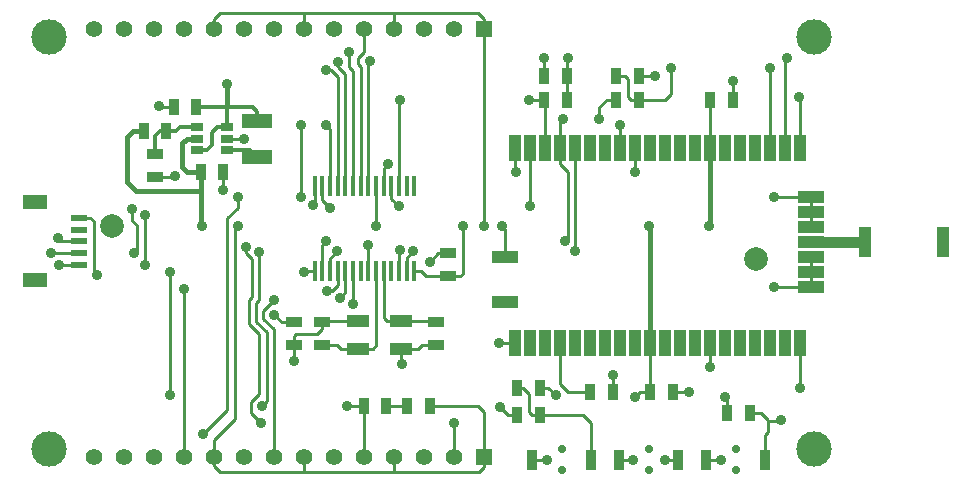
<source format=gtl>
G04 (created by PCBNEW-RS274X (2012-jan-04)-stable) date Sun 27 Jan 2013 19:14:15 CET*
G01*
G70*
G90*
%MOIN*%
G04 Gerber Fmt 3.4, Leading zero omitted, Abs format*
%FSLAX34Y34*%
G04 APERTURE LIST*
%ADD10C,0.006000*%
%ADD11R,0.035400X0.070900*%
%ADD12C,0.027600*%
%ADD13R,0.039400X0.027600*%
%ADD14R,0.100000X0.050000*%
%ADD15R,0.035000X0.055000*%
%ADD16R,0.055000X0.035000*%
%ADD17R,0.040000X0.090000*%
%ADD18R,0.090000X0.040000*%
%ADD19R,0.040000X0.100000*%
%ADD20R,0.017700X0.068900*%
%ADD21R,0.074800X0.043300*%
%ADD22R,0.055000X0.055000*%
%ADD23C,0.055000*%
%ADD24R,0.055100X0.023600*%
%ADD25R,0.078700X0.047200*%
%ADD26C,0.118100*%
%ADD27C,0.078700*%
%ADD28C,0.035000*%
%ADD29C,0.016000*%
%ADD30C,0.010000*%
%ADD31C,0.038000*%
%ADD32C,0.012000*%
G04 APERTURE END LIST*
G54D10*
G54D11*
X69016Y-32600D03*
X70984Y-32600D03*
G54D12*
X70000Y-32954D03*
X70000Y-32246D03*
G54D11*
X66116Y-32600D03*
X68084Y-32600D03*
G54D12*
X67100Y-32954D03*
X67100Y-32246D03*
G54D13*
X54950Y-22275D03*
X54950Y-21900D03*
X54950Y-21525D03*
X55950Y-21525D03*
X55950Y-21900D03*
X55950Y-22275D03*
G54D14*
X56950Y-21300D03*
X56950Y-22500D03*
G54D15*
X53175Y-21650D03*
X53925Y-21650D03*
X54925Y-20850D03*
X54175Y-20850D03*
G54D16*
X63300Y-26475D03*
X63300Y-25725D03*
X58175Y-28025D03*
X58175Y-28775D03*
G54D15*
X68925Y-19800D03*
X69675Y-19800D03*
X68925Y-20600D03*
X69675Y-20600D03*
X67275Y-19800D03*
X66525Y-19800D03*
X66525Y-20600D03*
X67275Y-20600D03*
G54D16*
X53550Y-22425D03*
X53550Y-23175D03*
G54D15*
X70050Y-30350D03*
X70800Y-30350D03*
X65625Y-30200D03*
X66375Y-30200D03*
X65625Y-31100D03*
X66375Y-31100D03*
X55075Y-23000D03*
X55825Y-23000D03*
X72050Y-20600D03*
X72800Y-20600D03*
G54D17*
X65550Y-28700D03*
X66050Y-28700D03*
X66550Y-28700D03*
X67050Y-28700D03*
X67550Y-28700D03*
X68050Y-28700D03*
X68550Y-28700D03*
X69050Y-28700D03*
X69550Y-28700D03*
X70050Y-28700D03*
X70550Y-28700D03*
X71050Y-28700D03*
X71550Y-28700D03*
X72050Y-28700D03*
X72550Y-28700D03*
X73050Y-28700D03*
X73550Y-28700D03*
X74050Y-28700D03*
X74550Y-28700D03*
X75050Y-28700D03*
G54D18*
X75400Y-26850D03*
X75400Y-26350D03*
X75400Y-25850D03*
X75400Y-25350D03*
X75400Y-24850D03*
X75400Y-24350D03*
X75400Y-23850D03*
G54D17*
X75050Y-22200D03*
X74550Y-22200D03*
X74050Y-22200D03*
X73550Y-22200D03*
X73050Y-22200D03*
X72550Y-22200D03*
X72050Y-22200D03*
X71550Y-22200D03*
X71050Y-22200D03*
X70550Y-22200D03*
X70050Y-22200D03*
X69550Y-22200D03*
X69050Y-22200D03*
X68550Y-22200D03*
X68050Y-22200D03*
X67550Y-22200D03*
X67050Y-22200D03*
X66550Y-22200D03*
X66050Y-22200D03*
X65550Y-22200D03*
G54D18*
X65200Y-27350D03*
X65200Y-25850D03*
G54D19*
X77200Y-25350D03*
X79800Y-25350D03*
G54D15*
X68050Y-30350D03*
X68800Y-30350D03*
G54D20*
X58865Y-26318D03*
X59121Y-26318D03*
X59377Y-26318D03*
X59633Y-26318D03*
X59889Y-26318D03*
X60145Y-26318D03*
X60400Y-26318D03*
X60656Y-26318D03*
X60912Y-26318D03*
X61168Y-26318D03*
X61424Y-26318D03*
X61680Y-26318D03*
X61936Y-26318D03*
X62192Y-26318D03*
X62192Y-23483D03*
X61936Y-23483D03*
X61680Y-23483D03*
X61424Y-23483D03*
X61168Y-23483D03*
X60912Y-23483D03*
X60656Y-23483D03*
X60400Y-23483D03*
X60145Y-23483D03*
X59889Y-23483D03*
X59633Y-23483D03*
X59377Y-23483D03*
X59121Y-23483D03*
X58865Y-23483D03*
G54D16*
X59100Y-28775D03*
X59100Y-28025D03*
X62900Y-28025D03*
X62900Y-28775D03*
G54D21*
X60300Y-28900D03*
X61757Y-28900D03*
X61757Y-27994D03*
X60300Y-27994D03*
G54D22*
X64500Y-18250D03*
G54D23*
X63500Y-18250D03*
X62500Y-18250D03*
X61500Y-18250D03*
X60500Y-18250D03*
X59500Y-18250D03*
X58500Y-18250D03*
X57500Y-18250D03*
X56500Y-18250D03*
X55500Y-18250D03*
X54500Y-18250D03*
X53500Y-18250D03*
X52500Y-18250D03*
X51500Y-18250D03*
G54D11*
X71916Y-32600D03*
X73884Y-32600D03*
G54D12*
X72900Y-32954D03*
X72900Y-32246D03*
G54D15*
X72625Y-31050D03*
X73375Y-31050D03*
X62700Y-30825D03*
X61950Y-30825D03*
X61250Y-30825D03*
X60500Y-30825D03*
G54D24*
X51002Y-24538D03*
X51002Y-24932D03*
X51002Y-25325D03*
X51002Y-25719D03*
X51002Y-26113D03*
G54D25*
X49545Y-24026D03*
X49545Y-26625D03*
G54D22*
X64500Y-32500D03*
G54D23*
X63500Y-32500D03*
X62500Y-32500D03*
X61500Y-32500D03*
X60500Y-32500D03*
X59500Y-32500D03*
X58500Y-32500D03*
X57500Y-32500D03*
X56500Y-32500D03*
X55500Y-32500D03*
X54500Y-32500D03*
X53500Y-32500D03*
X52500Y-32500D03*
X51500Y-32500D03*
G54D26*
X75500Y-18500D03*
X75500Y-32250D03*
X50000Y-18500D03*
X50000Y-32250D03*
G54D27*
X73586Y-25900D03*
X52114Y-24800D03*
G54D28*
X69550Y-30500D03*
X65050Y-30850D03*
X63800Y-24800D03*
X55100Y-24800D03*
X72000Y-24800D03*
X65100Y-24800D03*
X56300Y-24800D03*
X64500Y-24800D03*
X72550Y-30500D03*
X60900Y-24800D03*
X70000Y-24800D03*
X56500Y-21900D03*
X66500Y-19200D03*
X62700Y-26000D03*
X50300Y-25200D03*
X65575Y-23025D03*
X72825Y-19975D03*
X71350Y-30350D03*
X65025Y-28700D03*
X72050Y-29500D03*
X75050Y-30225D03*
X74175Y-23850D03*
X75025Y-20500D03*
X74175Y-26850D03*
X69550Y-23000D03*
X68800Y-29775D03*
X72425Y-32600D03*
X69475Y-32600D03*
X66600Y-32600D03*
X70200Y-19825D03*
X61300Y-22750D03*
X60650Y-25450D03*
X55825Y-23600D03*
X54200Y-23150D03*
X58175Y-29300D03*
X53675Y-20800D03*
X61775Y-29425D03*
X58500Y-26350D03*
X51600Y-26450D03*
X54050Y-26350D03*
X66900Y-30450D03*
X54050Y-30450D03*
X67550Y-25650D03*
X62150Y-25650D03*
X74600Y-19200D03*
X67300Y-19200D03*
X61675Y-24150D03*
X66050Y-24150D03*
X55950Y-20075D03*
X60150Y-27425D03*
X57525Y-27775D03*
X67200Y-25300D03*
X61700Y-25600D03*
X67150Y-21250D03*
X68350Y-21250D03*
X61700Y-20600D03*
X66000Y-20600D03*
X70750Y-19550D03*
X74050Y-19550D03*
X74425Y-31275D03*
X56575Y-25500D03*
X59250Y-25325D03*
X63500Y-31375D03*
X57075Y-31375D03*
X59950Y-30825D03*
X57025Y-25675D03*
X57100Y-30825D03*
X59625Y-25650D03*
X54500Y-26925D03*
X59275Y-26975D03*
X57525Y-27275D03*
X59700Y-27200D03*
X60700Y-19300D03*
X60000Y-19000D03*
X59650Y-19350D03*
X59250Y-19600D03*
X70550Y-32600D03*
X55150Y-31750D03*
X69050Y-21450D03*
X59250Y-21450D03*
X58400Y-21450D03*
X58400Y-23850D03*
X56300Y-23850D03*
X59375Y-24200D03*
X53200Y-24450D03*
X53200Y-26100D03*
X50350Y-26100D03*
X50075Y-25725D03*
X52850Y-25725D03*
X52775Y-24250D03*
X58825Y-24100D03*
G54D29*
X55075Y-23650D02*
X52900Y-23650D01*
X52800Y-21650D02*
X53175Y-21650D01*
X52600Y-21850D02*
X52800Y-21650D01*
X52600Y-23350D02*
X52600Y-21850D01*
X52900Y-23650D02*
X52600Y-23350D01*
G54D30*
X62700Y-30825D02*
X64325Y-30825D01*
X64500Y-31000D02*
X64500Y-32500D01*
X64325Y-30825D02*
X64500Y-31000D01*
X70050Y-30350D02*
X69700Y-30350D01*
X69700Y-30350D02*
X69550Y-30500D01*
X65625Y-31100D02*
X65300Y-31100D01*
X65300Y-31100D02*
X65050Y-30850D01*
G54D29*
X70050Y-24850D02*
X70000Y-24800D01*
G54D30*
X63300Y-26475D02*
X63725Y-26475D01*
X65200Y-24900D02*
X65100Y-24800D01*
X65200Y-25850D02*
X65200Y-24900D01*
X64500Y-32850D02*
X64350Y-33000D01*
X58500Y-33000D02*
X55700Y-33000D01*
X61500Y-33000D02*
X58500Y-33000D01*
X64350Y-33000D02*
X61500Y-33000D01*
X55700Y-33000D02*
X55500Y-32800D01*
X55500Y-32800D02*
X55500Y-32500D01*
X55500Y-32500D02*
X55500Y-31950D01*
X56200Y-31250D02*
X55500Y-31950D01*
X56200Y-24900D02*
X56200Y-31250D01*
X56200Y-24900D02*
X56300Y-24800D01*
X61500Y-18250D02*
X61500Y-17700D01*
X58500Y-18250D02*
X58500Y-17700D01*
G54D29*
X55075Y-23000D02*
X55075Y-23650D01*
X55075Y-23650D02*
X55075Y-24775D01*
X55075Y-24775D02*
X55100Y-24800D01*
G54D30*
X64500Y-32500D02*
X64500Y-32850D01*
G54D29*
X54600Y-21900D02*
X54450Y-22050D01*
G54D30*
X70050Y-28700D02*
X70050Y-30350D01*
G54D29*
X54600Y-23000D02*
X55075Y-23000D01*
X54450Y-22850D02*
X54600Y-23000D01*
X54950Y-21900D02*
X54600Y-21900D01*
X72000Y-24800D02*
X72050Y-24750D01*
X72050Y-24750D02*
X72050Y-22200D01*
X54450Y-22050D02*
X54450Y-22700D01*
X54450Y-22700D02*
X54450Y-22850D01*
G54D30*
X64500Y-18250D02*
X64500Y-17900D01*
X64500Y-17900D02*
X64300Y-17700D01*
X64300Y-17700D02*
X61500Y-17700D01*
X55500Y-17900D02*
X55500Y-18250D01*
X55700Y-17700D02*
X55500Y-17900D01*
X61500Y-17700D02*
X58500Y-17700D01*
X58500Y-17700D02*
X55700Y-17700D01*
X61500Y-32500D02*
X61500Y-33000D01*
X58500Y-33000D02*
X58500Y-32500D01*
X64500Y-24800D02*
X64500Y-18250D01*
X72050Y-20600D02*
X72050Y-22200D01*
X72550Y-30500D02*
X72625Y-30575D01*
X72625Y-30575D02*
X72625Y-31050D01*
X63800Y-26400D02*
X63800Y-24800D01*
X63725Y-26475D02*
X63800Y-26400D01*
X62192Y-26318D02*
X62418Y-26318D01*
X62575Y-26475D02*
X63300Y-26475D01*
X62418Y-26318D02*
X62575Y-26475D01*
X60912Y-23483D02*
X60912Y-24788D01*
X60912Y-24788D02*
X60900Y-24800D01*
G54D29*
X70050Y-28700D02*
X70050Y-24850D01*
G54D31*
X75400Y-25350D02*
X77200Y-25350D01*
G54D30*
X55950Y-21900D02*
X56500Y-21900D01*
X66525Y-19800D02*
X66525Y-19225D01*
X66525Y-19225D02*
X66500Y-19200D01*
X63300Y-25725D02*
X62975Y-25725D01*
X62975Y-25725D02*
X62700Y-26000D01*
X51002Y-25325D02*
X50425Y-25325D01*
X72800Y-20600D02*
X72800Y-20000D01*
X61168Y-23483D02*
X61168Y-22882D01*
X65550Y-23000D02*
X65575Y-23025D01*
X65550Y-22200D02*
X65550Y-23000D01*
X75050Y-20525D02*
X75025Y-20500D01*
X75050Y-22200D02*
X75050Y-20525D01*
X72800Y-20000D02*
X72825Y-19975D01*
X54175Y-23175D02*
X54200Y-23150D01*
X75050Y-28700D02*
X75050Y-30225D01*
X75400Y-23850D02*
X74175Y-23850D01*
X65550Y-28700D02*
X65025Y-28700D01*
X72050Y-28700D02*
X72050Y-29500D01*
X62450Y-28775D02*
X62325Y-28900D01*
X75400Y-26350D02*
X75400Y-26850D01*
X75400Y-25850D02*
X75400Y-26350D01*
X75400Y-24350D02*
X75400Y-24850D01*
X75400Y-23850D02*
X75400Y-24350D01*
X69550Y-22200D02*
X69550Y-23000D01*
X69675Y-19800D02*
X70175Y-19800D01*
X68800Y-30350D02*
X68800Y-29775D01*
X71916Y-32600D02*
X72425Y-32600D01*
X69016Y-32600D02*
X69475Y-32600D01*
X66116Y-32600D02*
X66600Y-32600D01*
X50425Y-25325D02*
X50300Y-25200D01*
X70175Y-19800D02*
X70200Y-19825D01*
X61168Y-22882D02*
X61300Y-22750D01*
X60656Y-26318D02*
X60656Y-25456D01*
X60656Y-25456D02*
X60650Y-25450D01*
X55825Y-23000D02*
X55825Y-23600D01*
X53550Y-23175D02*
X54175Y-23175D01*
X54175Y-20850D02*
X53725Y-20850D01*
X53725Y-20850D02*
X53675Y-20800D01*
X61757Y-28900D02*
X61757Y-29407D01*
X61757Y-29407D02*
X61775Y-29425D01*
X62900Y-28775D02*
X62450Y-28775D01*
X62325Y-28900D02*
X61757Y-28900D01*
X70800Y-30350D02*
X71350Y-30350D01*
X58175Y-28775D02*
X58175Y-29300D01*
X75400Y-26850D02*
X74175Y-26850D01*
X58175Y-28475D02*
X58175Y-28775D01*
X58250Y-28400D02*
X58175Y-28475D01*
X59131Y-27994D02*
X59100Y-28025D01*
X59100Y-28025D02*
X59100Y-28250D01*
X58950Y-28400D02*
X58250Y-28400D01*
X59100Y-28250D02*
X58950Y-28400D01*
X60300Y-27994D02*
X59131Y-27994D01*
X51500Y-24650D02*
X51388Y-24538D01*
X51500Y-26350D02*
X51500Y-24650D01*
X58532Y-26318D02*
X58500Y-26350D01*
X51600Y-26450D02*
X51500Y-26350D01*
X51388Y-24538D02*
X51002Y-24538D01*
X58865Y-26318D02*
X58532Y-26318D01*
X54050Y-28600D02*
X54050Y-30450D01*
X66650Y-30200D02*
X66375Y-30200D01*
X66900Y-30450D02*
X66650Y-30200D01*
X54050Y-26350D02*
X54050Y-28600D01*
X61936Y-26318D02*
X61936Y-25864D01*
X61936Y-25864D02*
X62150Y-25650D01*
X67550Y-25650D02*
X67550Y-22200D01*
X67050Y-28700D02*
X67050Y-30075D01*
X67325Y-30350D02*
X68050Y-30350D01*
X67050Y-30075D02*
X67325Y-30350D01*
G54D32*
X53550Y-22425D02*
X53550Y-21800D01*
X53550Y-21800D02*
X53700Y-21650D01*
X53700Y-21650D02*
X53925Y-21650D01*
X54375Y-21525D02*
X54250Y-21650D01*
X54250Y-21650D02*
X53925Y-21650D01*
X54950Y-21525D02*
X54375Y-21525D01*
G54D30*
X67275Y-19800D02*
X67275Y-20600D01*
X74550Y-19250D02*
X74600Y-19200D01*
X67300Y-19200D02*
X67275Y-19225D01*
X74550Y-22200D02*
X74550Y-19250D01*
X67275Y-19225D02*
X67275Y-19800D01*
X61424Y-23899D02*
X61675Y-24150D01*
X61424Y-23483D02*
X61424Y-23899D01*
X66050Y-24150D02*
X66050Y-22200D01*
X61250Y-30825D02*
X61950Y-30825D01*
G54D32*
X56950Y-21000D02*
X56950Y-21300D01*
G54D29*
X55950Y-20075D02*
X55950Y-20850D01*
G54D32*
X55950Y-20850D02*
X56800Y-20850D01*
X55950Y-21525D02*
X55950Y-20850D01*
X55450Y-22100D02*
X55450Y-21700D01*
X56800Y-20850D02*
X56950Y-21000D01*
X55275Y-22275D02*
X55450Y-22100D01*
X54925Y-20850D02*
X55950Y-20850D01*
X54950Y-22275D02*
X55275Y-22275D01*
X55450Y-21700D02*
X55625Y-21525D01*
X55625Y-21525D02*
X55950Y-21525D01*
G54D30*
X61168Y-27868D02*
X61294Y-27994D01*
X61168Y-26318D02*
X61168Y-27868D01*
X62869Y-27994D02*
X62900Y-28025D01*
X61757Y-27994D02*
X62869Y-27994D01*
X61294Y-27994D02*
X61757Y-27994D01*
X66375Y-31100D02*
X67800Y-31100D01*
X68084Y-31384D02*
X68084Y-32600D01*
X67800Y-31100D02*
X68084Y-31384D01*
X65625Y-30200D02*
X65800Y-30200D01*
X66100Y-31100D02*
X66375Y-31100D01*
X66000Y-31000D02*
X66100Y-31100D01*
X66000Y-30400D02*
X66000Y-31000D01*
X65800Y-30200D02*
X66000Y-30400D01*
G54D32*
X56725Y-22275D02*
X56950Y-22500D01*
X55950Y-22275D02*
X56725Y-22275D01*
G54D30*
X60145Y-26318D02*
X60145Y-27420D01*
X57525Y-27775D02*
X57775Y-28025D01*
X57775Y-28025D02*
X58175Y-28025D01*
X60145Y-27420D02*
X60150Y-27425D01*
X67300Y-25200D02*
X67300Y-23400D01*
X68350Y-20850D02*
X68600Y-20600D01*
X68350Y-21250D02*
X68350Y-20850D01*
X67050Y-22750D02*
X67050Y-22200D01*
X67300Y-23400D02*
X67300Y-23000D01*
X67300Y-23000D02*
X67050Y-22750D01*
X61680Y-25620D02*
X61700Y-25600D01*
X68600Y-20600D02*
X68925Y-20600D01*
X61680Y-26318D02*
X61680Y-25620D01*
X67050Y-21350D02*
X67150Y-21250D01*
X67050Y-22200D02*
X67050Y-21350D01*
X67200Y-25300D02*
X67300Y-25200D01*
X66000Y-20600D02*
X66525Y-20600D01*
X61680Y-20620D02*
X61700Y-20600D01*
X61680Y-23483D02*
X61680Y-20620D01*
X66550Y-20625D02*
X66525Y-20600D01*
X66550Y-22200D02*
X66550Y-20625D01*
X59750Y-28900D02*
X60300Y-28900D01*
X59625Y-28775D02*
X59750Y-28900D01*
X59100Y-28775D02*
X59625Y-28775D01*
X60912Y-28788D02*
X60800Y-28900D01*
X60800Y-28900D02*
X60300Y-28900D01*
X60912Y-26318D02*
X60912Y-28788D01*
X74050Y-22200D02*
X74050Y-19550D01*
X70550Y-20600D02*
X69675Y-20600D01*
X70750Y-20400D02*
X70550Y-20600D01*
X70750Y-19550D02*
X70750Y-20400D01*
X68925Y-19800D02*
X69200Y-19800D01*
X69400Y-20600D02*
X69675Y-20600D01*
X69300Y-20500D02*
X69400Y-20600D01*
X69300Y-19900D02*
X69300Y-20500D01*
X69200Y-19800D02*
X69300Y-19900D01*
X56750Y-31050D02*
X57075Y-31375D01*
X73884Y-32600D02*
X73884Y-31791D01*
X73884Y-31791D02*
X73984Y-31691D01*
X73984Y-31691D02*
X73984Y-31300D01*
X56775Y-25925D02*
X56775Y-27175D01*
X56675Y-27275D02*
X56675Y-28075D01*
X56575Y-25500D02*
X56575Y-25725D01*
X59121Y-26318D02*
X59121Y-25454D01*
X56575Y-25725D02*
X56775Y-25925D01*
X56750Y-30675D02*
X56750Y-31050D01*
X56775Y-27175D02*
X56675Y-27275D01*
X59121Y-25454D02*
X59250Y-25325D01*
X56675Y-28075D02*
X57025Y-28425D01*
X74400Y-31300D02*
X73984Y-31300D01*
X73375Y-31050D02*
X73750Y-31050D01*
X74425Y-31275D02*
X74400Y-31300D01*
X73984Y-31284D02*
X73984Y-31300D01*
X57025Y-30400D02*
X56750Y-30675D01*
X57025Y-28425D02*
X57025Y-30400D01*
X73750Y-31050D02*
X73984Y-31284D01*
X63500Y-31375D02*
X63500Y-32500D01*
X57275Y-28350D02*
X57275Y-30650D01*
X59377Y-26318D02*
X59377Y-25898D01*
X56925Y-27375D02*
X56925Y-28000D01*
X59377Y-25898D02*
X59625Y-25650D01*
X57275Y-30650D02*
X57100Y-30825D01*
X59950Y-30825D02*
X60500Y-30825D01*
X57025Y-27275D02*
X56925Y-27375D01*
X56925Y-28000D02*
X57275Y-28350D01*
X57025Y-25675D02*
X57025Y-27275D01*
X60500Y-30825D02*
X60500Y-32500D01*
X59633Y-26792D02*
X59450Y-26975D01*
X59633Y-26318D02*
X59633Y-26792D01*
X59450Y-26975D02*
X59275Y-26975D01*
X54500Y-26925D02*
X54500Y-32500D01*
X57525Y-27275D02*
X57150Y-27650D01*
X57500Y-28250D02*
X57500Y-32500D01*
X59889Y-26318D02*
X59889Y-27011D01*
X59889Y-27011D02*
X59700Y-27200D01*
X57150Y-27900D02*
X57500Y-28250D01*
X57150Y-27650D02*
X57150Y-27900D01*
X60656Y-23483D02*
X60656Y-19344D01*
X60656Y-19344D02*
X60700Y-19300D01*
X60400Y-19500D02*
X60300Y-19400D01*
X60300Y-19200D02*
X60500Y-19000D01*
X60400Y-23483D02*
X60400Y-19500D01*
X60300Y-19400D02*
X60300Y-19200D01*
X60500Y-19000D02*
X60500Y-18250D01*
X60145Y-19645D02*
X60000Y-19500D01*
X60000Y-19500D02*
X60000Y-19000D01*
X60145Y-23483D02*
X60145Y-19645D01*
X59889Y-23483D02*
X59889Y-19739D01*
X59889Y-19739D02*
X59650Y-19500D01*
X59650Y-19500D02*
X59650Y-19350D01*
X59633Y-19833D02*
X59400Y-19600D01*
X59400Y-19600D02*
X59250Y-19600D01*
X59633Y-23483D02*
X59633Y-19833D01*
X56300Y-24200D02*
X56300Y-23850D01*
X58400Y-22900D02*
X58400Y-21450D01*
X55950Y-30950D02*
X55950Y-24550D01*
X55950Y-24550D02*
X56300Y-24200D01*
X69050Y-21450D02*
X69050Y-22200D01*
X59377Y-23483D02*
X59377Y-21577D01*
X55150Y-31750D02*
X55950Y-30950D01*
X59377Y-21577D02*
X59250Y-21450D01*
X58400Y-23850D02*
X58400Y-22900D01*
X70984Y-32600D02*
X70550Y-32600D01*
X59121Y-23946D02*
X59375Y-24200D01*
X53200Y-24450D02*
X53200Y-26100D01*
X59121Y-23483D02*
X59121Y-23946D01*
X50350Y-26100D02*
X50363Y-26113D01*
X50363Y-26113D02*
X51002Y-26113D01*
X58865Y-23483D02*
X58865Y-24060D01*
X50081Y-25719D02*
X51002Y-25719D01*
X50075Y-25725D02*
X50081Y-25719D01*
X52950Y-25625D02*
X52850Y-25725D01*
X52950Y-24800D02*
X52950Y-25625D01*
X52775Y-24625D02*
X52950Y-24800D01*
X52775Y-24250D02*
X52775Y-24625D01*
X58865Y-24060D02*
X58825Y-24100D01*
M02*

</source>
